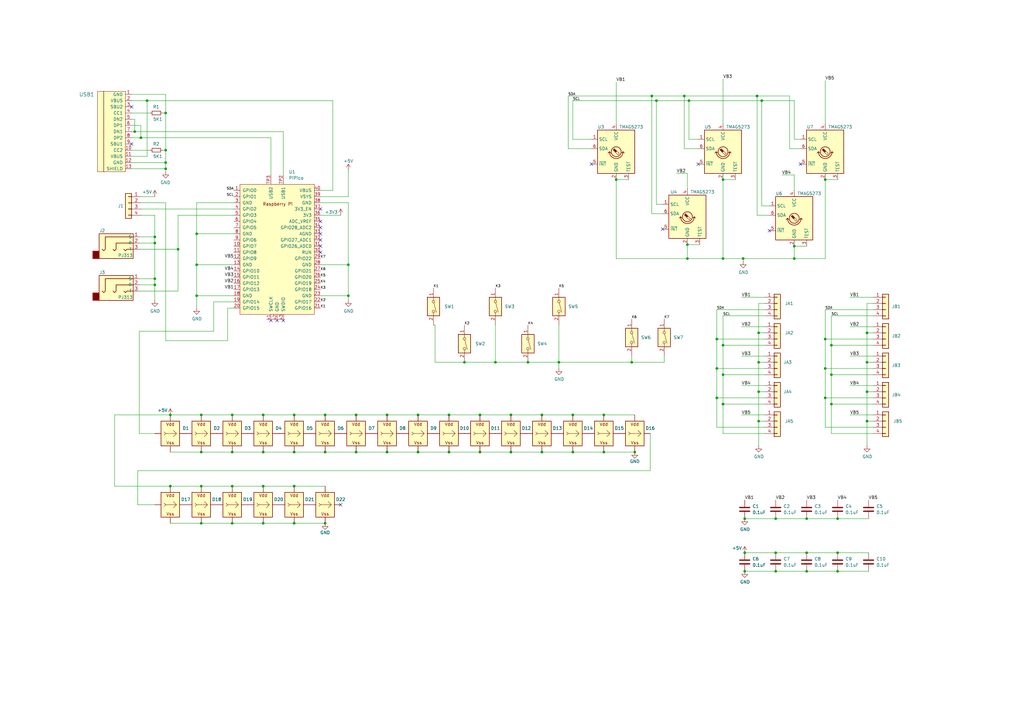
<source format=kicad_sch>
(kicad_sch (version 20250114) (generator "eeschema") (generator_version "9.0")
  (paper "A3")
  (lib_symbols
    (symbol "Connector_Generic:Conn_01x04" (pin_names (offset 1.016) (hide yes))
      (property "Reference" "J" (at 0 5.08 0))
      (property "Value" "Conn_01x04" (at 0 -7.62 0))
      (symbol "Conn_01x04_1_1"
        (pin passive line (at -5.08 2.54 0) (length 3.81) (name "Pin_1") (number "1"))
        (pin passive line (at -5.08 0 0) (length 3.81) (name "Pin_2") (number "2"))
        (pin passive line (at -5.08 -2.54 0) (length 3.81) (name "Pin_3") (number "3"))
        (pin passive line (at -5.08 -5.08 0) (length 3.81) (name "Pin_4") (number "4"))
      )
    )
    (symbol "Device:C" (pin_numbers (hide yes)) (pin_names (offset 0.254))
      (property "Reference" "C" (at 0.635 2.54 0))
      (property "Value" "C" (at 0.635 -2.54 0))
      (symbol "C_1_1"
        (pin passive line (at 0 3.81 270) (length 2.794) (name "~") (number "1"))
        (pin passive line (at 0 -3.81 90) (length 2.794) (name "~") (number "2"))
      )
    )
    (symbol "Device:R_Small" (pin_numbers (hide yes)) (pin_names (offset 0.254) (hide yes))
      (property "Reference" "R" (at 0.762 0.508 0))
      (property "Value" "R_Small" (at 0.762 -1.016 0))
      (symbol "R_Small_1_1"
        (pin passive line (at 0 2.54 270) (length 0.762) (name "~") (number "1"))
        (pin passive line (at 0 -2.54 90) (length 0.762) (name "~") (number "2"))
      )
    )
    (symbol "Switch:SW_DIP_x01" (pin_names (offset 0) (hide yes))
      (property "Reference" "SW" (at 0 3.81 0))
      (property "Value" "SW_DIP_x01" (at 0 -3.81 0))
      (symbol "SW_DIP_x01_1_1"
        (pin passive line (at -7.62 0 0) (length 5.08) (name "~") (number "1"))
        (pin passive line (at 7.62 0 180) (length 5.08) (name "~") (number "2"))
      )
    )
    (symbol "Type-C:HRO-TYPE-C-31-M-12" (pin_names (offset 1.016))
      (property "Reference" "USB" (at -5.08 16.51 0))
      (property "Value" "HRO-TYPE-C-31-M-12" (at -10.16 -1.27 90))
      (symbol "HRO-TYPE-C-31-M-12_1_1"
        (pin input line (at 2.54 13.97 180) (length 2.54) (name "GND") (number "1"))
        (pin input line (at 2.54 11.43 180) (length 2.54) (name "VBUS") (number "2"))
        (pin input line (at 2.54 8.89 180) (length 2.54) (name "SBU2") (number "3"))
        (pin input line (at 2.54 6.35 180) (length 2.54) (name "CC1") (number "4"))
        (pin input line (at 2.54 3.81 180) (length 2.54) (name "DN2") (number "5"))
        (pin input line (at 2.54 1.27 180) (length 2.54) (name "DP1") (number "6"))
        (pin input line (at 2.54 -1.27 180) (length 2.54) (name "DN1") (number "7"))
        (pin input line (at 2.54 -3.81 180) (length 2.54) (name "DP2") (number "8"))
        (pin input line (at 2.54 -6.35 180) (length 2.54) (name "SBU1") (number "9"))
        (pin input line (at 2.54 -8.89 180) (length 2.54) (name "CC2") (number "10"))
        (pin input line (at 2.54 -11.43 180) (length 2.54) (name "VBUS") (number "11"))
        (pin input line (at 2.54 -13.97 180) (length 2.54) (name "GND") (number "12"))
        (pin input line (at 2.54 -16.51 180) (length 2.54) (name "SHIELD") (number "13"))
      )
    )
    (symbol "musec_pico:PJ313"
      (property "Reference" "J" (at 0 8.89 0))
      (property "Value" "PJ313" (at 0 6.35 0))
      (symbol "PJ313_1_1"
        (pin passive line (at 8.89 2.54 180) (length 2.54) (name "S") (number "1"))
        (pin passive line (at 8.89 0 180) (length 2.54) (name "R") (number "2"))
        (pin passive line (at 8.89 -2.54 180) (length 2.54) (name "T") (number "3"))
      )
    )
    (symbol "musec_pico:PiPico" (pin_names (offset 1.016))
      (property "Reference" "U" (at -13.97 27.94 0))
      (property "Value" "PiPico" (at 0.254 16.002 0))
      (symbol "PiPico_0_0"
        (text "Raspberry Pi" (at 0.254 18.542 0) (effects (font (size 1.27 1.27))))
      )
      (symbol "PiPico_1_1"
        (pin bidirectional line (at -17.78 24.13 0) (length 2.54) (name "GPIO0") (number "1"))
        (pin bidirectional line (at -17.78 21.59 0) (length 2.54) (name "GPIO1") (number "2"))
        (pin power_in line (at -17.78 19.05 0) (length 2.54) (name "GND") (number "3"))
        (pin bidirectional line (at -17.78 16.51 0) (length 2.54) (name "GPIO2") (number "4"))
        (pin bidirectional line (at -17.78 13.97 0) (length 2.54) (name "GPIO3") (number "5"))
        (pin bidirectional line (at -17.78 11.43 0) (length 2.54) (name "GPIO4") (number "6"))
        (pin bidirectional line (at -17.78 8.89 0) (length 2.54) (name "GPIO5") (number "7"))
        (pin power_in line (at -17.78 6.35 0) (length 2.54) (name "GND") (number "8"))
        (pin bidirectional line (at -17.78 3.81 0) (length 2.54) (name "GPIO6") (number "9"))
        (pin bidirectional line (at -17.78 1.27 0) (length 2.54) (name "GPIO7") (number "10"))
        (pin bidirectional line (at -17.78 -1.27 0) (length 2.54) (name "GPIO8") (number "11"))
        (pin bidirectional line (at -17.78 -3.81 0) (length 2.54) (name "GPIO9") (number "12"))
        (pin power_in line (at -17.78 -6.35 0) (length 2.54) (name "GND") (number "13"))
        (pin bidirectional line (at -17.78 -8.89 0) (length 2.54) (name "GPIO10") (number "14"))
        (pin bidirectional line (at -17.78 -11.43 0) (length 2.54) (name "GPIO11") (number "15"))
        (pin bidirectional line (at -17.78 -13.97 0) (length 2.54) (name "GPIO12") (number "16"))
        (pin bidirectional line (at -17.78 -16.51 0) (length 2.54) (name "GPIO13") (number "17"))
        (pin power_in line (at -17.78 -19.05 0) (length 2.54) (name "GND") (number "18"))
        (pin bidirectional line (at -17.78 -21.59 0) (length 2.54) (name "GPIO14") (number "19"))
        (pin bidirectional line (at -17.78 -24.13 0) (length 2.54) (name "GPIO15") (number "20"))
        (pin bidirectional line (at -2.54 30.48 270) (length 3.81) (name "USB2") (number "TP3"))
        (pin input line (at -2.54 -29.21 90) (length 2.54) (name "SWCLK") (number "41"))
        (pin power_in line (at 0 -29.21 90) (length 2.54) (name "GND") (number "42"))
        (pin bidirectional line (at 2.54 30.48 270) (length 3.81) (name "USB1") (number "TP2"))
        (pin bidirectional line (at 2.54 -29.21 90) (length 2.54) (name "SWDIO") (number "43"))
        (pin unspecified line (at 17.78 24.13 180) (length 2.54) (name "VBUS") (number "40"))
        (pin unspecified line (at 17.78 21.59 180) (length 2.54) (name "VSYS") (number "39"))
        (pin bidirectional line (at 17.78 19.05 180) (length 2.54) (name "GND") (number "38"))
        (pin input line (at 17.78 16.51 180) (length 2.54) (name "3V3_EN") (number "37"))
        (pin unspecified line (at 17.78 13.97 180) (length 2.54) (name "3V3") (number "36"))
        (pin unspecified line (at 17.78 11.43 180) (length 2.54) (name "ADC_VREF") (number "35"))
        (pin bidirectional line (at 17.78 8.89 180) (length 2.54) (name "GPIO28_ADC2") (number "34"))
        (pin power_in line (at 17.78 6.35 180) (length 2.54) (name "AGND") (number "33"))
        (pin bidirectional line (at 17.78 3.81 180) (length 2.54) (name "GPIO27_ADC1") (number "32"))
        (pin bidirectional line (at 17.78 1.27 180) (length 2.54) (name "GPIO26_ADC0") (number "31"))
        (pin input line (at 17.78 -1.27 180) (length 2.54) (name "RUN") (number "30"))
        (pin bidirectional line (at 17.78 -3.81 180) (length 2.54) (name "GPIO22") (number "29"))
        (pin power_in line (at 17.78 -6.35 180) (length 2.54) (name "GND") (number "28"))
        (pin bidirectional line (at 17.78 -8.89 180) (length 2.54) (name "GPIO21") (number "27"))
        (pin bidirectional line (at 17.78 -11.43 180) (length 2.54) (name "GPIO20") (number "26"))
        (pin bidirectional line (at 17.78 -13.97 180) (length 2.54) (name "GPIO19") (number "25"))
        (pin bidirectional line (at 17.78 -16.51 180) (length 2.54) (name "GPIO18") (number "24"))
        (pin power_in line (at 17.78 -19.05 180) (length 2.54) (name "GND") (number "23"))
        (pin bidirectional line (at 17.78 -21.59 180) (length 2.54) (name "GPIO17") (number "22"))
        (pin bidirectional line (at 17.78 -24.13 180) (length 2.54) (name "GPIO16") (number "21"))
      )
    )
    (symbol "musec_pico:TMAG5273"
      (property "Reference" "U" (at 8.128 11.43 0))
      (property "Value" "TMAG5273" (at -2.54 11.43 0))
      (symbol "TMAG5273_1_1"
        (pin tri_state line (at -10.16 5.08 0) (length 2.54) (name "SCL") (number "1"))
        (pin tri_state line (at -10.16 1.27 0) (length 2.54) (name "SDA") (number "6"))
        (pin tri_state line (at -10.16 -5.08 0) (length 2.54) (name "~{INT}") (number "5"))
        (pin power_in line (at 0 11.43 270) (length 2.54) (name "VCC") (number "4"))
        (pin power_in line (at 0 -11.43 90) (length 2.54) (name "GND") (number "2"))
        (pin passive line (at 5.08 -11.43 90) (length 2.54) (name "TEST") (number "3"))
      )
    )
    (symbol "musec_pico:WS2812B_Unified" (pin_numbers (hide yes)) (pin_names (offset 0.254) (hide yes))
      (property "Reference" "D10" (at 2.54 6.35 0))
      (symbol "WS2812B_Unified_0_0"
        (text "Vdd" (at 0 3.81 0) (effects (font (size 1.27 1.27))))
        (text "Vss" (at 0 -3.81 0) (effects (font (size 1.27 1.27))))
      )
      (symbol "WS2812B_Unified_1_1"
        (pin input line (at -6.35 0 0) (length 2.54) (name "In") (number "I"))
        (pin power_in line (at 0 7.62 270) (length 2.54) (name "VDD") (number "V"))
        (pin power_in line (at 0 -7.62 90) (length 2.54) (name "VSS") (number "G"))
        (pin output line (at 6.35 0 180) (length 2.54) (name "Out") (number "O"))
      )
    )
    (symbol "power:+3V3" (power) (pin_numbers (hide yes)) (pin_names (offset 0) (hide yes))
      (property "Value" "+3V3" (at 0 3.556 0))
      (symbol "+3V3_1_1"
        (pin power_in line (at 0 0 90) (length 0) (name "~") (number "1"))
      )
    )
    (symbol "power:+5V" (power) (pin_numbers (hide yes)) (pin_names (offset 0) (hide yes))
      (property "Value" "+5V" (at 0 3.556 0))
      (symbol "+5V_1_1"
        (pin power_in line (at 0 0 90) (length 0) (name "~") (number "1"))
      )
    )
    (symbol "power:GND" (power) (pin_numbers (hide yes)) (pin_names (offset 0) (hide yes))
      (property "Value" "GND" (at 0 -3.81 0))
      (symbol "GND_1_1"
        (pin power_in line (at 0 0 270) (length 0) (name "~") (number "1"))
      )
    )
  )
  (junction (at 343.535 234.315))
  (junction (at 318.135 234.315))
  (junction (at 120.65 185.42))
  (junction (at 338.455 73.66))
  (junction (at 355.6 136.525))
  (junction (at 158.75 170.18))
  (junction (at 57.785 56.515))
  (junction (at 107.95 185.42))
  (junction (at 304.8 106.045))
  (junction (at 63.5 97.155))
  (junction (at 247.65 170.18))
  (junction (at 305.435 226.695))
  (junction (at 269.24 41.275))
  (junction (at 260.35 185.42))
  (junction (at 296.545 141.605))
  (junction (at 107.95 199.39))
  (junction (at 80.645 108.585))
  (junction (at 296.545 153.67))
  (junction (at 196.85 185.42))
  (junction (at 330.835 226.695))
  (junction (at 80.645 95.885))
  (junction (at 171.45 170.18))
  (junction (at 95.25 214.63))
  (junction (at 63.5 99.695))
  (junction (at 82.55 199.39))
  (junction (at 146.05 170.18))
  (junction (at 133.35 185.42))
  (junction (at 69.85 199.39))
  (junction (at 311.15 148.59))
  (junction (at 311.15 172.72))
  (junction (at 80.645 121.285))
  (junction (at 120.65 170.18))
  (junction (at 146.05 185.42))
  (junction (at 338.455 139.065))
  (junction (at 355.6 172.72))
  (junction (at 318.135 212.725))
  (junction (at 282.575 41.275))
  (junction (at 355.6 148.59))
  (junction (at 196.85 170.18))
  (junction (at 234.95 185.42))
  (junction (at 311.15 136.525))
  (junction (at 340.995 165.735))
  (junction (at 252.73 73.66))
  (junction (at 63.5 116.84))
  (junction (at 60.325 41.275))
  (junction (at 107.95 214.63))
  (junction (at 95.25 185.42))
  (junction (at 305.435 212.725))
  (junction (at 312.42 41.275))
  (junction (at 120.65 199.39))
  (junction (at 259.08 148.59))
  (junction (at 67.945 66.675))
  (junction (at 95.25 199.39))
  (junction (at 229.235 148.59))
  (junction (at 294.005 163.195))
  (junction (at 190.5 148.59))
  (junction (at 338.455 163.195))
  (junction (at 343.535 226.695))
  (junction (at 311.15 160.655))
  (junction (at 133.35 170.18))
  (junction (at 67.945 69.215))
  (junction (at 305.435 234.315))
  (junction (at 296.545 106.045))
  (junction (at 247.65 185.42))
  (junction (at 338.455 151.13))
  (junction (at 343.535 212.725))
  (junction (at 184.15 185.42))
  (junction (at 267.335 39.37))
  (junction (at 171.45 185.42))
  (junction (at 280.67 39.37))
  (junction (at 281.94 100.33))
  (junction (at 325.755 100.965))
  (junction (at 67.945 61.595))
  (junction (at 330.835 234.315))
  (junction (at 318.135 226.695))
  (junction (at 67.945 46.355))
  (junction (at 73.025 102.235))
  (junction (at 294.005 151.13))
  (junction (at 310.515 39.37))
  (junction (at 340.995 153.67))
  (junction (at 82.55 214.63))
  (junction (at 82.55 170.18))
  (junction (at 133.35 214.63))
  (junction (at 234.95 170.18))
  (junction (at 222.25 185.42))
  (junction (at 63.5 114.3))
  (junction (at 209.55 170.18))
  (junction (at 107.95 170.18))
  (junction (at 296.545 73.66))
  (junction (at 340.995 141.605))
  (junction (at 325.755 106.045))
  (junction (at 209.55 185.42))
  (junction (at 95.25 170.18))
  (junction (at 222.25 170.18))
  (junction (at 69.85 170.18))
  (junction (at 142.875 108.585))
  (junction (at 355.6 160.655))
  (junction (at 296.545 165.735))
  (junction (at 82.55 185.42))
  (junction (at 158.75 185.42))
  (junction (at 294.005 139.065))
  (junction (at 55.245 53.975))
  (junction (at 120.65 214.63))
  (junction (at 216.535 148.59))
  (junction (at 330.835 212.725))
  (junction (at 142.875 121.285))
  (junction (at 203.2 148.59))
  (junction (at 281.94 106.045))
  (junction (at 184.15 170.18))
  (no_connect (at 113.665 131.445))
  (no_connect (at 53.975 43.815))
  (no_connect (at 53.975 59.055))
  (no_connect (at 131.445 103.505))
  (no_connect (at 131.445 85.725))
  (no_connect (at 111.125 131.445))
  (no_connect (at 131.445 93.345))
  (no_connect (at 286.385 67.31))
  (no_connect (at 271.78 93.98))
  (no_connect (at 242.57 67.31))
  (no_connect (at 131.445 95.885))
  (no_connect (at 328.295 67.31))
  (no_connect (at 131.445 98.425))
  (no_connect (at 131.445 100.965))
  (no_connect (at 116.205 131.445))
  (no_connect (at 315.595 94.615))
  (no_connect (at 139.7 207.01))
  (no_connect (at 131.445 90.805))
  (wire (pts (xy 87.63 123.825) (xy 87.63 135.89)))
  (wire (pts (xy 63.5 97.155) (xy 57.15 97.155)))
  (wire (pts (xy 325.755 100.965) (xy 330.835 100.965)))
  (wire (pts (xy 67.945 38.735) (xy 67.945 46.355)))
  (wire (pts (xy 267.335 39.37) (xy 267.335 87.63)))
  (wire (pts (xy 325.755 100.965) (xy 325.755 106.045)))
  (wire (pts (xy 304.165 146.05) (xy 313.69 146.05)))
  (wire (pts (xy 330.835 226.695) (xy 343.535 226.695)))
  (wire (pts (xy 131.445 88.265) (xy 139.7 88.265)))
  (wire (pts (xy 80.645 83.185) (xy 80.645 95.885)))
  (wire (pts (xy 338.455 163.195) (xy 358.14 163.195)))
  (wire (pts (xy 348.615 121.92) (xy 358.14 121.92)))
  (wire (pts (xy 190.5 148.59) (xy 203.2 148.59)))
  (wire (pts (xy 171.45 185.42) (xy 184.15 185.42)))
  (wire (pts (xy 355.6 172.72) (xy 358.14 172.72)))
  (wire (pts (xy 355.6 160.655) (xy 355.6 172.72)))
  (wire (pts (xy 95.25 199.39) (xy 107.95 199.39)))
  (wire (pts (xy 355.6 136.525) (xy 355.6 148.59)))
  (wire (pts (xy 222.25 185.42) (xy 234.95 185.42)))
  (wire (pts (xy 120.65 214.63) (xy 133.35 214.63)))
  (wire (pts (xy 67.945 139.7) (xy 67.945 83.185)))
  (wire (pts (xy 131.445 121.285) (xy 142.875 121.285)))
  (wire (pts (xy 73.025 119.38) (xy 73.025 102.235)))
  (wire (pts (xy 73.025 88.265) (xy 95.885 88.265)))
  (wire (pts (xy 272.415 148.59) (xy 272.415 146.05)))
  (wire (pts (xy 53.975 53.975) (xy 55.245 53.975)))
  (wire (pts (xy 311.15 160.655) (xy 311.15 172.72)))
  (wire (pts (xy 247.65 170.18) (xy 260.35 170.18)))
  (wire (pts (xy 60.325 64.135) (xy 60.325 41.275)))
  (wire (pts (xy 46.99 199.39) (xy 69.85 199.39)))
  (wire (pts (xy 80.645 108.585) (xy 95.885 108.585)))
  (wire (pts (xy 133.35 170.18) (xy 146.05 170.18)))
  (wire (pts (xy 142.875 83.185) (xy 142.875 108.585)))
  (wire (pts (xy 296.545 153.67) (xy 296.545 165.735)))
  (wire (pts (xy 311.15 148.59) (xy 313.69 148.59)))
  (wire (pts (xy 259.08 146.05) (xy 259.08 148.59)))
  (wire (pts (xy 305.435 234.315) (xy 318.135 234.315)))
  (wire (pts (xy 296.545 165.735) (xy 296.545 177.8)))
  (wire (pts (xy 95.25 185.42) (xy 107.95 185.42)))
  (wire (pts (xy 281.94 106.045) (xy 296.545 106.045)))
  (wire (pts (xy 196.85 185.42) (xy 209.55 185.42)))
  (wire (pts (xy 242.57 57.15) (xy 234.95 57.15)))
  (wire (pts (xy 259.08 148.59) (xy 272.415 148.59)))
  (wire (pts (xy 294.005 151.13) (xy 294.005 163.195)))
  (wire (pts (xy 131.445 78.105) (xy 136.525 78.105)))
  (wire (pts (xy 57.15 116.84) (xy 63.5 116.84)))
  (wire (pts (xy 348.615 146.05) (xy 358.14 146.05)))
  (wire (pts (xy 234.95 170.18) (xy 247.65 170.18)))
  (wire (pts (xy 63.5 99.695) (xy 63.5 114.3)))
  (wire (pts (xy 56.515 193.04) (xy 56.515 207.01)))
  (wire (pts (xy 80.645 121.285) (xy 95.885 121.285)))
  (wire (pts (xy 338.455 127) (xy 338.455 139.065)))
  (wire (pts (xy 323.85 60.96) (xy 328.295 60.96)))
  (wire (pts (xy 111.125 56.515) (xy 57.785 56.515)))
  (wire (pts (xy 338.455 151.13) (xy 338.455 163.195)))
  (wire (pts (xy 294.005 151.13) (xy 313.69 151.13)))
  (wire (pts (xy 348.615 133.985) (xy 358.14 133.985)))
  (wire (pts (xy 325.755 78.105) (xy 325.755 71.755)))
  (wire (pts (xy 313.69 127) (xy 294.005 127)))
  (wire (pts (xy 358.14 129.54) (xy 340.995 129.54)))
  (wire (pts (xy 234.95 185.42) (xy 247.65 185.42)))
  (wire (pts (xy 277.495 71.12) (xy 281.94 71.12)))
  (wire (pts (xy 294.005 163.195) (xy 294.005 175.26)))
  (wire (pts (xy 338.455 175.26) (xy 358.14 175.26)))
  (wire (pts (xy 80.645 95.885) (xy 80.645 108.585)))
  (wire (pts (xy 304.8 106.045) (xy 325.755 106.045)))
  (wire (pts (xy 142.875 121.285) (xy 142.875 123.19)))
  (wire (pts (xy 63.5 88.265) (xy 63.5 97.155)))
  (wire (pts (xy 340.995 165.735) (xy 340.995 177.8)))
  (wire (pts (xy 133.35 185.42) (xy 146.05 185.42)))
  (wire (pts (xy 311.15 124.46) (xy 311.15 136.525)))
  (wire (pts (xy 120.65 170.18) (xy 133.35 170.18)))
  (wire (pts (xy 233.045 39.37) (xy 267.335 39.37)))
  (wire (pts (xy 340.995 129.54) (xy 340.995 141.605)))
  (wire (pts (xy 296.545 177.8) (xy 313.69 177.8)))
  (wire (pts (xy 252.73 73.66) (xy 257.81 73.66)))
  (wire (pts (xy 116.205 71.755) (xy 116.205 53.975)))
  (wire (pts (xy 229.235 151.13) (xy 229.235 148.59)))
  (wire (pts (xy 343.535 234.315) (xy 356.235 234.315)))
  (wire (pts (xy 233.045 60.96) (xy 233.045 39.37)))
  (wire (pts (xy 55.245 48.895) (xy 55.245 53.975)))
  (wire (pts (xy 269.24 41.275) (xy 282.575 41.275)))
  (wire (pts (xy 280.67 60.96) (xy 280.67 39.37)))
  (wire (pts (xy 310.515 39.37) (xy 323.85 39.37)))
  (wire (pts (xy 57.15 102.235) (xy 73.025 102.235)))
  (wire (pts (xy 116.205 53.975) (xy 55.245 53.975)))
  (wire (pts (xy 282.575 57.15) (xy 286.385 57.15)))
  (wire (pts (xy 313.69 129.54) (xy 296.545 129.54)))
  (wire (pts (xy 330.835 212.725) (xy 343.535 212.725)))
  (wire (pts (xy 69.85 214.63) (xy 82.55 214.63)))
  (wire (pts (xy 355.6 172.72) (xy 355.6 182.88)))
  (wire (pts (xy 46.99 170.18) (xy 69.85 170.18)))
  (wire (pts (xy 252.73 73.66) (xy 252.73 106.045)))
  (wire (pts (xy 203.2 133.35) (xy 203.2 148.59)))
  (wire (pts (xy 343.535 226.695) (xy 356.235 226.695)))
  (wire (pts (xy 209.55 170.18) (xy 222.25 170.18)))
  (wire (pts (xy 294.005 175.26) (xy 313.69 175.26)))
  (wire (pts (xy 63.5 114.3) (xy 63.5 116.84)))
  (wire (pts (xy 46.99 170.18) (xy 46.99 199.39)))
  (wire (pts (xy 318.135 226.695) (xy 330.835 226.695)))
  (wire (pts (xy 358.14 127) (xy 338.455 127)))
  (wire (pts (xy 296.545 106.045) (xy 304.8 106.045)))
  (wire (pts (xy 320.675 71.755) (xy 325.755 71.755)))
  (wire (pts (xy 53.975 66.675) (xy 67.945 66.675)))
  (wire (pts (xy 57.785 51.435) (xy 57.785 56.515)))
  (wire (pts (xy 229.235 148.59) (xy 259.08 148.59)))
  (wire (pts (xy 281.94 100.33) (xy 287.02 100.33)))
  (wire (pts (xy 340.995 153.67) (xy 358.14 153.67)))
  (wire (pts (xy 338.455 139.065) (xy 338.455 151.13)))
  (wire (pts (xy 177.8 133.35) (xy 178.435 133.35)))
  (wire (pts (xy 267.335 39.37) (xy 280.67 39.37)))
  (wire (pts (xy 340.995 141.605) (xy 340.995 153.67)))
  (wire (pts (xy 355.6 124.46) (xy 355.6 136.525)))
  (wire (pts (xy 111.125 71.755) (xy 111.125 56.515)))
  (wire (pts (xy 305.435 226.695) (xy 318.135 226.695)))
  (wire (pts (xy 311.15 160.655) (xy 313.69 160.655)))
  (wire (pts (xy 57.785 88.265) (xy 63.5 88.265)))
  (wire (pts (xy 57.15 119.38) (xy 73.025 119.38)))
  (wire (pts (xy 229.235 133.35) (xy 229.235 148.59)))
  (wire (pts (xy 267.335 87.63) (xy 271.78 87.63)))
  (wire (pts (xy 82.55 170.18) (xy 95.25 170.18)))
  (wire (pts (xy 340.995 165.735) (xy 358.14 165.735)))
  (wire (pts (xy 355.6 148.59) (xy 358.14 148.59)))
  (wire (pts (xy 82.55 199.39) (xy 95.25 199.39)))
  (wire (pts (xy 120.65 185.42) (xy 133.35 185.42)))
  (wire (pts (xy 57.785 85.725) (xy 95.885 85.725)))
  (wire (pts (xy 305.435 212.725) (xy 318.135 212.725)))
  (wire (pts (xy 171.45 170.18) (xy 184.15 170.18)))
  (wire (pts (xy 338.455 163.195) (xy 338.455 175.26)))
  (wire (pts (xy 53.975 64.135) (xy 60.325 64.135)))
  (wire (pts (xy 355.6 136.525) (xy 358.14 136.525)))
  (wire (pts (xy 311.15 148.59) (xy 311.15 160.655)))
  (wire (pts (xy 266.7 193.04) (xy 56.515 193.04)))
  (wire (pts (xy 60.325 41.275) (xy 136.525 41.275)))
  (wire (pts (xy 57.15 114.3) (xy 63.5 114.3)))
  (wire (pts (xy 304.8 106.045) (xy 304.8 107.315)))
  (wire (pts (xy 313.69 124.46) (xy 311.15 124.46)))
  (wire (pts (xy 53.975 56.515) (xy 57.785 56.515)))
  (wire (pts (xy 95.25 170.18) (xy 107.95 170.18)))
  (wire (pts (xy 296.545 141.605) (xy 296.545 153.67)))
  (wire (pts (xy 338.455 106.045) (xy 338.455 73.66)))
  (wire (pts (xy 53.975 61.595) (xy 61.595 61.595)))
  (wire (pts (xy 67.945 83.185) (xy 57.785 83.185)))
  (wire (pts (xy 348.615 158.115) (xy 358.14 158.115)))
  (wire (pts (xy 296.545 73.66) (xy 301.625 73.66)))
  (wire (pts (xy 107.95 214.63) (xy 120.65 214.63)))
  (wire (pts (xy 107.95 185.42) (xy 120.65 185.42)))
  (wire (pts (xy 311.15 172.72) (xy 313.69 172.72)))
  (wire (pts (xy 252.73 33.655) (xy 252.73 50.8)))
  (wire (pts (xy 80.645 108.585) (xy 80.645 121.285)))
  (wire (pts (xy 57.15 135.89) (xy 57.15 177.8)))
  (wire (pts (xy 57.15 99.695) (xy 63.5 99.695)))
  (wire (pts (xy 318.135 212.725) (xy 330.835 212.725)))
  (wire (pts (xy 53.975 46.355) (xy 61.595 46.355)))
  (wire (pts (xy 120.65 199.39) (xy 133.35 199.39)))
  (wire (pts (xy 296.545 153.67) (xy 313.69 153.67)))
  (wire (pts (xy 107.95 170.18) (xy 120.65 170.18)))
  (wire (pts (xy 67.945 69.215) (xy 67.945 70.485)))
  (wire (pts (xy 247.65 185.42) (xy 260.35 185.42)))
  (wire (pts (xy 67.945 61.595) (xy 66.675 61.595)))
  (wire (pts (xy 63.5 80.645) (xy 57.785 80.645)))
  (wire (pts (xy 304.165 158.115) (xy 313.69 158.115)))
  (wire (pts (xy 294.005 139.065) (xy 294.005 151.13)))
  (wire (pts (xy 80.645 95.885) (xy 95.885 95.885)))
  (wire (pts (xy 53.975 38.735) (xy 67.945 38.735)))
  (wire (pts (xy 53.975 41.275) (xy 60.325 41.275)))
  (wire (pts (xy 82.55 214.63) (xy 95.25 214.63)))
  (wire (pts (xy 311.15 172.72) (xy 311.15 182.88)))
  (wire (pts (xy 73.025 102.235) (xy 73.025 88.265)))
  (wire (pts (xy 311.15 136.525) (xy 311.15 148.59)))
  (wire (pts (xy 131.445 83.185) (xy 142.875 83.185)))
  (wire (pts (xy 242.57 60.96) (xy 233.045 60.96)))
  (wire (pts (xy 184.15 185.42) (xy 196.85 185.42)))
  (wire (pts (xy 315.595 84.455) (xy 312.42 84.455)))
  (wire (pts (xy 358.14 124.46) (xy 355.6 124.46)))
  (wire (pts (xy 304.165 121.92) (xy 313.69 121.92)))
  (wire (pts (xy 158.75 170.18) (xy 171.45 170.18)))
  (wire (pts (xy 325.755 41.275) (xy 325.755 57.15)))
  (wire (pts (xy 95.885 83.185) (xy 80.645 83.185)))
  (wire (pts (xy 338.455 73.66) (xy 343.535 73.66)))
  (wire (pts (xy 296.545 141.605) (xy 313.69 141.605)))
  (wire (pts (xy 142.875 108.585) (xy 142.875 121.285)))
  (wire (pts (xy 312.42 41.275) (xy 325.755 41.275)))
  (wire (pts (xy 338.455 139.065) (xy 358.14 139.065)))
  (wire (pts (xy 338.455 151.13) (xy 358.14 151.13)))
  (wire (pts (xy 340.995 177.8) (xy 358.14 177.8)))
  (wire (pts (xy 311.15 136.525) (xy 313.69 136.525)))
  (wire (pts (xy 280.67 39.37) (xy 310.515 39.37)))
  (wire (pts (xy 142.875 80.645) (xy 142.875 69.85)))
  (wire (pts (xy 146.05 185.42) (xy 158.75 185.42)))
  (wire (pts (xy 158.75 185.42) (xy 171.45 185.42)))
  (wire (pts (xy 93.345 126.365) (xy 93.345 139.7)))
  (wire (pts (xy 281.94 100.33) (xy 281.94 106.045)))
  (wire (pts (xy 340.995 141.605) (xy 358.14 141.605)))
  (wire (pts (xy 67.945 139.7) (xy 93.345 139.7)))
  (wire (pts (xy 216.535 148.59) (xy 229.235 148.59)))
  (wire (pts (xy 87.63 135.89) (xy 57.15 135.89)))
  (wire (pts (xy 131.445 108.585) (xy 142.875 108.585)))
  (wire (pts (xy 340.995 153.67) (xy 340.995 165.735)))
  (wire (pts (xy 310.515 88.265) (xy 310.515 39.37)))
  (wire (pts (xy 271.78 83.82) (xy 269.24 83.82)))
  (wire (pts (xy 67.945 46.355) (xy 67.945 61.595)))
  (wire (pts (xy 318.135 234.315) (xy 330.835 234.315)))
  (wire (pts (xy 286.385 60.96) (xy 280.67 60.96)))
  (wire (pts (xy 63.5 116.84) (xy 63.5 123.19)))
  (wire (pts (xy 281.94 77.47) (xy 281.94 71.12)))
  (wire (pts (xy 82.55 185.42) (xy 95.25 185.42)))
  (wire (pts (xy 196.85 170.18) (xy 209.55 170.18)))
  (wire (pts (xy 304.165 133.985) (xy 313.69 133.985)))
  (wire (pts (xy 67.945 66.675) (xy 67.945 69.215)))
  (wire (pts (xy 343.535 212.725) (xy 356.235 212.725)))
  (wire (pts (xy 266.7 177.8) (xy 266.7 193.04)))
  (wire (pts (xy 234.95 41.275) (xy 269.24 41.275)))
  (wire (pts (xy 178.435 133.35) (xy 178.435 148.59)))
  (wire (pts (xy 323.85 39.37) (xy 323.85 60.96)))
  (wire (pts (xy 330.835 234.315) (xy 343.535 234.315)))
  (wire (pts (xy 355.6 148.59) (xy 355.6 160.655)))
  (wire (pts (xy 95.885 123.825) (xy 87.63 123.825)))
  (wire (pts (xy 69.85 199.39) (xy 82.55 199.39)))
  (wire (pts (xy 209.55 185.42) (xy 222.25 185.42)))
  (wire (pts (xy 178.435 148.59) (xy 190.5 148.59)))
  (wire (pts (xy 296.545 73.66) (xy 296.545 106.045)))
  (wire (pts (xy 294.005 139.065) (xy 313.69 139.065)))
  (wire (pts (xy 146.05 170.18) (xy 158.75 170.18)))
  (wire (pts (xy 325.755 57.15) (xy 328.295 57.15)))
  (wire (pts (xy 184.15 170.18) (xy 196.85 170.18)))
  (wire (pts (xy 325.755 106.045) (xy 338.455 106.045)))
  (wire (pts (xy 296.545 165.735) (xy 313.69 165.735)))
  (wire (pts (xy 252.73 106.045) (xy 281.94 106.045)))
  (wire (pts (xy 53.975 69.215) (xy 67.945 69.215)))
  (wire (pts (xy 57.15 177.8) (xy 63.5 177.8)))
  (wire (pts (xy 348.615 170.18) (xy 358.14 170.18)))
  (wire (pts (xy 53.975 51.435) (xy 57.785 51.435)))
  (wire (pts (xy 67.945 61.595) (xy 67.945 66.675)))
  (wire (pts (xy 95.25 214.63) (xy 107.95 214.63)))
  (wire (pts (xy 296.545 32.385) (xy 296.545 50.8)))
  (wire (pts (xy 56.515 207.01) (xy 63.5 207.01)))
  (wire (pts (xy 294.005 163.195) (xy 313.69 163.195)))
  (wire (pts (xy 282.575 41.275) (xy 282.575 57.15)))
  (wire (pts (xy 222.25 170.18) (xy 234.95 170.18)))
  (wire (pts (xy 95.885 126.365) (xy 93.345 126.365)))
  (wire (pts (xy 53.975 48.895) (xy 55.245 48.895)))
  (wire (pts (xy 296.545 129.54) (xy 296.545 141.605)))
  (wire (pts (xy 282.575 41.275) (xy 312.42 41.275)))
  (wire (pts (xy 315.595 88.265) (xy 310.515 88.265)))
  (wire (pts (xy 67.945 46.355) (xy 66.675 46.355)))
  (wire (pts (xy 69.85 185.42) (xy 82.55 185.42)))
  (wire (pts (xy 355.6 160.655) (xy 358.14 160.655)))
  (wire (pts (xy 269.24 83.82) (xy 269.24 41.275)))
  (wire (pts (xy 69.85 170.18) (xy 82.55 170.18)))
  (wire (pts (xy 312.42 41.275) (xy 312.42 84.455)))
  (wire (pts (xy 304.165 170.18) (xy 313.69 170.18)))
  (wire (pts (xy 63.5 99.695) (xy 63.5 97.155)))
  (wire (pts (xy 294.005 127) (xy 294.005 139.065)))
  (wire (pts (xy 338.455 33.02) (xy 338.455 50.8)))
  (wire (pts (xy 234.95 57.15) (xy 234.95 41.275)))
  (wire (pts (xy 131.445 80.645) (xy 142.875 80.645)))
  (wire (pts (xy 80.645 121.285) (xy 80.645 126.365)))
  (wire (pts (xy 136.525 41.275) (xy 136.525 78.105)))
  (wire (pts (xy 107.95 199.39) (xy 120.65 199.39)))
  (wire (pts (xy 203.2 148.59) (xy 216.535 148.59)))
  (label "K7" (at 272.415 130.81 0) (effects (font (size 1 1))))
  (label "VB2" (at 95.885 116.205 180))
  (label "VB4" (at 95.885 111.125 180))
  (label "VB5" (at 304.165 170.18 0))
  (label "SCL" (at 234.95 41.275 0) (effects (font (size 1 1))))
  (label "K3" (at 203.2 118.11 0) (effects (font (size 1 1))))
  (label "VB5" (at 95.885 106.045 180))
  (label "VB4" (at 348.615 158.115 0))
  (label "K5" (at 229.235 118.11 0) (effects (font (size 1 1))))
  (label "VB3" (at 95.885 113.665 180))
  (label "VB2" (at 277.495 71.12 0))
  (label "VB2" (at 318.135 205.105 0))
  (label "SDA" (at 338.455 127 0) (effects (font (size 1 1))))
  (label "K1" (at 131.445 126.365 0) (effects (font (size 1 1))))
  (label "K5" (at 131.445 113.665 0) (effects (font (size 1 1))))
  (label "VB1" (at 252.73 33.655 0))
  (label "K4" (at 216.535 133.35 0) (effects (font (size 1 1))))
  (label "K4" (at 131.445 116.205 0) (effects (font (size 1 1))))
  (label "SDA" (at 95.885 78.105 180) (effects (font (size 1 1))))
  (label "VB1" (at 348.615 121.92 0))
  (label "VB3" (at 330.835 205.105 0))
  (label "K2" (at 131.445 123.825 0) (effects (font (size 1 1))))
  (label "K6" (at 259.08 130.81 0) (effects (font (size 1 1))))
  (label "K7" (at 131.445 106.045 0) (effects (font (size 1 1))))
  (label "VB1" (at 305.435 205.105 0))
  (label "K6" (at 131.445 111.125 0) (effects (font (size 1 1))))
  (label "VB5" (at 348.615 170.18 0))
  (label "VB3" (at 296.545 32.385 0))
  (label "SCL" (at 95.885 80.645 180) (effects (font (size 1 1))))
  (label "VB4" (at 304.165 158.115 0))
  (label "SCL" (at 340.995 129.54 0) (effects (font (size 1 1))))
  (label "K2" (at 190.5 133.35 0) (effects (font (size 1 1))))
  (label "VB2" (at 304.165 133.985 0))
  (label "VB3" (at 348.615 146.05 0))
  (label "VB2" (at 348.615 133.985 0))
  (label "VB1" (at 95.885 118.745 180))
  (label "K3" (at 131.445 118.745 0) (effects (font (size 1 1))))
  (label "SDA" (at 233.045 39.37 0) (effects (font (size 1 1))))
  (label "VB4" (at 320.675 71.755 0))
  (label "VB5" (at 338.455 33.02 0))
  (label "VB1" (at 304.165 121.92 0))
  (label "SCL" (at 296.545 129.54 0) (effects (font (size 1 1))))
  (label "K1" (at 177.8 118.11 0) (effects (font (size 1 1))))
  (label "VB5" (at 356.235 205.105 0))
  (label "VB4" (at 343.535 205.105 0))
  (label "VB3" (at 304.165 146.05 0))
  (label "SDA" (at 294.005 127 0) (effects (font (size 1 1))))
  (symbol (lib_id "Type-C:HRO-TYPE-C-31-M-12") (at 51.435 52.705 0) (unit 1)
    (property "Reference" "USB1" (at 32.385 38.735 0) (effects (font (size 1.524 1.524)) (justify left)))
    (property "Value" "U262-161N-4BVC11" (effects (hide yes)))
    (property "Footprint" "Type-C:HRO-TYPE-C-31-M-12-Assembly" (effects (hide yes)))
    (property "LCSC" "C319148" (effects (hide yes)))
  )
  (symbol (lib_id "power:GND") (at 67.945 70.485 0) (mirror y) (unit 1)
    (property "Reference" "#PWR0112" (effects (hide yes)))
    (property "Value" "GND" (at 67.818 74.8792 0))
    (property "Description" "Power symbol creates a global label with name \"GND\" , ground" (effects (hide yes)))
  )
  (symbol (lib_id "Device:R_Small") (at 64.135 61.595 90) (unit 1)
    (property "Reference" "R2" (at 65.405 59.055 90) (effects (justify left)))
    (property "Value" "5K1" (at 66.675 64.135 90) (effects (justify left)))
    (property "Footprint" "Resistor_SMD:R_0603_1608Metric_Pad0.98x0.95mm_HandSolder" (effects (hide yes)))
    (property "Description" "Resistor, small symbol" (effects (hide yes)))
    (property "LCSC" "C23186" (effects (hide yes)))
  )
  (symbol (lib_id "Device:R_Small") (at 64.135 46.355 90) (unit 1)
    (property "Reference" "R1" (at 65.405 43.815 90) (effects (justify left)))
    (property "Value" "5K1" (at 66.675 48.895 90) (effects (justify left)))
    (property "Footprint" "Resistor_SMD:R_0603_1608Metric_Pad0.98x0.95mm_HandSolder" (effects (hide yes)))
    (property "Description" "Resistor, small symbol" (effects (hide yes)))
    (property "LCSC" "C23186" (effects (hide yes)))
  )
  (symbol (lib_id "Device:C") (at 330.835 230.505 0) (unit 1)
    (property "Reference" "C8" (at 334.01 229.2349 0) (effects (justify left)))
    (property "Value" "0.1uF" (at 334.01 231.7749 0) (effects (justify left)))
    (property "Footprint" "Capacitor_SMD:C_0603_1608Metric_Pad1.08x0.95mm_HandSolder" (effects (hide yes)))
    (property "Description" "Unpolarized capacitor" (effects (hide yes)))
  )
  (symbol (lib_id "Connector_Generic:Conn_01x04") (at 318.77 124.46 0) (unit 1)
    (property "Reference" "JA1" (at 321.945 124.4599 0) (effects (justify left)))
    (property "Value" "Conn_01x04" (effects (hide yes)))
    (property "Footprint" "musec_pico:SH1.0_4P_Solder_Combo" (effects (hide yes)))
    (property "Description" "Generic connector, single row, 01x04, script generated (kicad-library-utils/schlib/autogen/connector/)" (effects (hide yes)))
  )
  (symbol (lib_id "Device:C") (at 305.435 230.505 0) (unit 1)
    (property "Reference" "C6" (at 308.61 229.2349 0) (effects (justify left)))
    (property "Value" "0.1uF" (at 308.61 231.7749 0) (effects (justify left)))
    (property "Footprint" "Capacitor_SMD:C_0603_1608Metric_Pad1.08x0.95mm_HandSolder" (effects (hide yes)))
    (property "Description" "Unpolarized capacitor" (effects (hide yes)))
  )
  (symbol (lib_id "musec_pico:TMAG5273") (at 325.755 89.535 0) (unit 1)
    (property "Reference" "U6" (at 318.135 79.375 0) (effects (justify left)))
    (property "Value" "TMAG5273" (at 327.025 79.375 0) (effects (justify left)))
    (property "Footprint" "Package_TO_SOT_SMD:TSOT-23-6_HandSoldering" (effects (hide yes)))
    (property "Datasheet" "https://www.ti.com/lit/ds/symlink/tmag5170-q1.pdf" (effects (hide yes)))
    (property "Description" "Magnetic 3-axis linear sensor, 12-bit, I2C, SOT23-6" (effects (hide yes)))
  )
  (symbol (lib_id "Device:C") (at 343.535 208.915 0) (unit 1)
    (property "Reference" "C4" (at 346.71 207.6449 0) (effects (justify left)))
    (property "Value" "0.1uF" (at 346.71 210.1849 0) (effects (justify left)))
    (property "Footprint" "Capacitor_SMD:C_0603_1608Metric_Pad1.08x0.95mm_HandSolder" (effects (hide yes)))
    (property "Description" "Unpolarized capacitor" (effects (hide yes)))
  )
  (symbol (lib_id "Device:C") (at 330.835 208.915 0) (unit 1)
    (property "Reference" "C3" (at 334.01 207.6449 0) (effects (justify left)))
    (property "Value" "0.1uF" (at 334.01 210.1849 0) (effects (justify left)))
    (property "Footprint" "Capacitor_SMD:C_0603_1608Metric_Pad1.08x0.95mm_HandSolder" (effects (hide yes)))
    (property "Description" "Unpolarized capacitor" (effects (hide yes)))
  )
  (symbol (lib_id "Connector_Generic:Conn_01x04") (at 318.77 148.59 0) (unit 1)
    (property "Reference" "JA3" (at 321.31 148.5899 0) (effects (justify left)))
    (property "Value" "Conn_01x04" (effects (hide yes)))
    (property "Footprint" "musec_pico:SH1.0_4P_Solder_Combo" (effects (hide yes)))
    (property "Description" "Generic connector, single row, 01x04, script generated (kicad-library-utils/schlib/autogen/connector/)" (effects (hide yes)))
  )
  (symbol (lib_id "musec_pico:WS2812B_Unified") (at 171.45 177.8 0) (unit 1)
    (property "Reference" "D9" (at 177.8 175.641 0))
    (property "Value" "WS2812B_Unified" (effects (hide yes)))
    (property "Footprint" "musec_pico:WS2812B-2835" (effects (hide yes)))
    (property "Description" "RGB LED with integrated controller" (effects (hide yes)))
  )
  (symbol (lib_id "musec_pico:WS2812B_Unified") (at 69.85 177.8 0) (unit 1)
    (property "Reference" "D1" (at 76.2 175.641 0))
    (property "Value" "WS2812B_Unified" (effects (hide yes)))
    (property "Footprint" "musec_pico:WS2812B-2835" (effects (hide yes)))
    (property "Description" "RGB LED with integrated controller" (effects (hide yes)))
  )
  (symbol (lib_id "Connector_Generic:Conn_01x04") (at 318.77 160.655 0) (unit 1)
    (property "Reference" "JA4" (at 321.31 160.6549 0) (effects (justify left)))
    (property "Value" "Conn_01x04" (effects (hide yes)))
    (property "Footprint" "musec_pico:SH1.0_4P_Solder_Combo" (effects (hide yes)))
    (property "Description" "Generic connector, single row, 01x04, script generated (kicad-library-utils/schlib/autogen/connector/)" (effects (hide yes)))
  )
  (symbol (lib_id "power:GND") (at 80.645 126.365 0) (unit 1)
    (property "Reference" "#PWR0125" (effects (hide yes)))
    (property "Value" "GND" (at 80.772 130.7592 0))
    (property "Description" "Power symbol creates a global label with name \"GND\" , ground" (effects (hide yes)))
  )
  (symbol (lib_id "power:GND") (at 142.875 123.19 0) (unit 1)
    (property "Reference" "#PWR0103" (effects (hide yes)))
    (property "Value" "GND" (at 143.002 127.5842 0))
    (property "Description" "Power symbol creates a global label with name \"GND\" , ground" (effects (hide yes)))
  )
  (symbol (lib_id "musec_pico:WS2812B_Unified") (at 120.65 207.01 0) (unit 1)
    (property "Reference" "D21" (at 127 204.851 0))
    (property "Value" "WS2812B_Unified" (effects (hide yes)))
    (property "Footprint" "musec_pico:WS2812B-2835" (effects (hide yes)))
    (property "Description" "RGB LED with integrated controller" (effects (hide yes)))
  )
  (symbol (lib_id "musec_pico:TMAG5273") (at 252.73 62.23 0) (unit 1)
    (property "Reference" "U3" (at 245.11 52.07 0) (effects (justify left)))
    (property "Value" "TMAG5273" (at 254 52.07 0) (effects (justify left)))
    (property "Footprint" "Package_TO_SOT_SMD:TSOT-23-6_HandSoldering" (effects (hide yes)))
    (property "Datasheet" "https://www.ti.com/lit/ds/symlink/tmag5170-q1.pdf" (effects (hide yes)))
    (property "Description" "Magnetic 3-axis linear sensor, 12-bit, I2C, SOT23-6" (effects (hide yes)))
  )
  (symbol (lib_id "musec_pico:WS2812B_Unified") (at 184.15 177.8 0) (unit 1)
    (property "Reference" "D10" (at 190.5 175.641 0))
    (property "Value" "WS2812B_Unified" (effects (hide yes)))
    (property "Footprint" "musec_pico:WS2812B-2835" (effects (hide yes)))
    (property "Description" "RGB LED with integrated controller" (effects (hide yes)))
  )
  (symbol (lib_id "Switch:SW_DIP_x01") (at 272.415 138.43 270) (unit 1)
    (property "Reference" "SW7" (at 276.225 138.4299 90) (effects (justify left)))
    (property "Value" "SW_DIP_x01" (effects (hide yes)))
    (property "Footprint" "musec_pico:SW_Kailh_Choc_V1V2_1.00u_LED" (effects (hide yes)))
    (property "Description" "1x DIP Switch, Single Pole Single Throw (SPST) switch, small symbol" (effects (hide yes)))
  )
  (symbol (lib_id "musec_pico:WS2812B_Unified") (at 222.25 177.8 0) (unit 1)
    (property "Reference" "D13" (at 228.6 175.641 0))
    (property "Value" "WS2812B_Unified" (effects (hide yes)))
    (property "Footprint" "musec_pico:WS2812B-2835" (effects (hide yes)))
    (property "Description" "RGB LED with integrated controller" (effects (hide yes)))
  )
  (symbol (lib_id "Switch:SW_DIP_x01") (at 203.2 125.73 270) (unit 1)
    (property "Reference" "SW3" (at 207.01 125.7299 90) (effects (justify left)))
    (property "Value" "SW_DIP_x01" (effects (hide yes)))
    (property "Footprint" "musec_pico:SW_Kailh_Choc_V1V2_1.00u_LED" (effects (hide yes)))
    (property "Description" "1x DIP Switch, Single Pole Single Throw (SPST) switch, small symbol" (effects (hide yes)))
  )
  (symbol (lib_id "Device:C") (at 343.535 230.505 0) (unit 1)
    (property "Reference" "C9" (at 346.71 229.2349 0) (effects (justify left)))
    (property "Value" "0.1uF" (at 346.71 231.7749 0) (effects (justify left)))
    (property "Footprint" "Capacitor_SMD:C_0603_1608Metric_Pad1.08x0.95mm_HandSolder" (effects (hide yes)))
    (property "Description" "Unpolarized capacitor" (effects (hide yes)))
  )
  (symbol (lib_id "musec_pico:WS2812B_Unified") (at 196.85 177.8 0) (unit 1)
    (property "Reference" "D11" (at 203.2 175.641 0))
    (property "Value" "WS2812B_Unified" (effects (hide yes)))
    (property "Footprint" "musec_pico:WS2812B-2835" (effects (hide yes)))
    (property "Description" "RGB LED with integrated controller" (effects (hide yes)))
  )
  (symbol (lib_id "Connector_Generic:Conn_01x04") (at 363.22 172.72 0) (unit 1)
    (property "Reference" "JB5" (at 366.395 172.7199 0) (effects (justify left)))
    (property "Value" "Conn_01x04" (effects (hide yes)))
    (property "Footprint" "musec_pico:SH1.0_4P_Solder_Combo" (effects (hide yes)))
    (property "Description" "Generic connector, single row, 01x04, script generated (kicad-library-utils/schlib/autogen/connector/)" (effects (hide yes)))
  )
  (symbol (lib_id "musec_pico:WS2812B_Unified") (at 209.55 177.8 0) (unit 1)
    (property "Reference" "D12" (at 215.9 175.641 0))
    (property "Value" "WS2812B_Unified" (effects (hide yes)))
    (property "Footprint" "musec_pico:WS2812B-2835" (effects (hide yes)))
    (property "Description" "RGB LED with integrated controller" (effects (hide yes)))
  )
  (symbol (lib_id "musec_pico:TMAG5273") (at 281.94 88.9 0) (unit 1)
    (property "Reference" "U4" (at 274.955 78.74 0) (effects (justify left)))
    (property "Value" "TMAG5273" (at 283.21 78.74 0) (effects (justify left)))
    (property "Footprint" "Package_TO_SOT_SMD:TSOT-23-6_HandSoldering" (effects (hide yes)))
    (property "Datasheet" "https://www.ti.com/lit/ds/symlink/tmag5170-q1.pdf" (effects (hide yes)))
    (property "Description" "Magnetic 3-axis linear sensor, 12-bit, I2C, SOT23-6" (effects (hide yes)))
  )
  (symbol (lib_id "Connector_Generic:Conn_01x04") (at 52.705 83.185 0) (mirror y) (unit 1)
    (property "Reference" "J1" (at 49.53 84.455 0))
    (property "Value" "Pedal" (effects (hide yes)))
    (property "Footprint" "musec_pico:SH1.0_4P_Solder_Combo" (effects (hide yes)))
    (property "Description" "Generic connector, single row, 01x04, script generated (kicad-library-utils/schlib/autogen/connector/)" (effects (hide yes)))
  )
  (symbol (lib_id "Connector_Generic:Conn_01x04") (at 363.22 148.59 0) (unit 1)
    (property "Reference" "JB3" (at 365.76 149.8599 0) (effects (justify left)))
    (property "Value" "Conn_01x04" (effects (hide yes)))
    (property "Footprint" "musec_pico:SH1.0_4P_Solder_Combo" (effects (hide yes)))
    (property "Description" "Generic connector, single row, 01x04, script generated (kicad-library-utils/schlib/autogen/connector/)" (effects (hide yes)))
  )
  (symbol (lib_id "Device:C") (at 356.235 208.915 0) (unit 1)
    (property "Reference" "C5" (at 359.41 207.6449 0) (effects (justify left)))
    (property "Value" "0.1uF" (at 359.41 210.1849 0) (effects (justify left)))
    (property "Footprint" "Capacitor_SMD:C_0603_1608Metric_Pad1.08x0.95mm_HandSolder" (effects (hide yes)))
    (property "Description" "Unpolarized capacitor" (effects (hide yes)))
  )
  (symbol (lib_id "power:+5V") (at 63.5 80.645 0) (unit 1)
    (property "Reference" "#PWR09" (effects (hide yes)))
    (property "Value" "+5V" (at 60.325 78.74 0))
    (property "Description" "Power symbol creates a global label with name \"+5V\"" (effects (hide yes)))
  )
  (symbol (lib_id "power:+5V") (at 142.875 69.85 0) (unit 1)
    (property "Reference" "#PWR01" (effects (hide yes)))
    (property "Value" "+5V" (at 142.875 66.04 0))
    (property "Description" "Power symbol creates a global label with name \"+5V\"" (effects (hide yes)))
  )
  (symbol (lib_id "musec_pico:WS2812B_Unified") (at 158.75 177.8 0) (unit 1)
    (property "Reference" "D8" (at 165.1 175.641 0))
    (property "Value" "WS2812B_Unified" (effects (hide yes)))
    (property "Footprint" "musec_pico:WS2812B-2835" (effects (hide yes)))
    (property "Description" "RGB LED with integrated controller" (effects (hide yes)))
  )
  (symbol (lib_id "musec_pico:WS2812B_Unified") (at 95.25 207.01 0) (unit 1)
    (property "Reference" "D19" (at 101.6 204.851 0))
    (property "Value" "WS2812B_Unified" (effects (hide yes)))
    (property "Footprint" "musec_pico:WS2812B-2835" (effects (hide yes)))
    (property "Description" "RGB LED with integrated controller" (effects (hide yes)))
  )
  (symbol (lib_id "power:GND") (at 260.35 185.42 0) (unit 1)
    (property "Reference" "#PWR0101" (effects (hide yes)))
    (property "Value" "GND" (at 260.35 189.23 0))
    (property "Description" "Power symbol creates a global label with name \"GND\" , ground" (effects (hide yes)))
  )
  (symbol (lib_id "musec_pico:WS2812B_Unified") (at 133.35 207.01 0) (unit 1)
    (property "Reference" "D22" (at 139.7 204.851 0))
    (property "Value" "WS2812B_Unified" (effects (hide yes)))
    (property "Footprint" "musec_pico:WS2812B-2835" (effects (hide yes)))
    (property "Description" "RGB LED with integrated controller" (effects (hide yes)))
  )
  (symbol (lib_id "Switch:SW_DIP_x01") (at 190.5 140.97 270) (unit 1)
    (property "Reference" "SW2" (at 194.945 140.9699 90) (effects (justify left)))
    (property "Value" "SW_DIP_x01" (effects (hide yes)))
    (property "Footprint" "musec_pico:SW_Kailh_Choc_V1V2_1.00u_LED" (effects (hide yes)))
    (property "Description" "1x DIP Switch, Single Pole Single Throw (SPST) switch, small symbol" (effects (hide yes)))
  )
  (symbol (lib_id "power:GND") (at 229.235 151.13 0) (unit 1)
    (property "Reference" "#PWR0108" (effects (hide yes)))
    (property "Value" "GND" (at 229.362 155.5242 0))
    (property "Description" "Power symbol creates a global label with name \"GND\" , ground" (effects (hide yes)))
  )
  (symbol (lib_id "musec_pico:WS2812B_Unified") (at 120.65 177.8 0) (unit 1)
    (property "Reference" "D5" (at 127 175.641 0))
    (property "Value" "WS2812B_Unified" (effects (hide yes)))
    (property "Footprint" "musec_pico:WS2812B-2835" (effects (hide yes)))
    (property "Description" "RGB LED with integrated controller" (effects (hide yes)))
  )
  (symbol (lib_id "Switch:SW_DIP_x01") (at 177.8 125.73 270) (unit 1)
    (property "Reference" "SW1" (at 182.245 125.7299 90) (effects (justify left)))
    (property "Value" "SW_DIP_x01" (effects (hide yes)))
    (property "Footprint" "musec_pico:SW_Kailh_Choc_V1V2_1.00u_LED" (effects (hide yes)))
    (property "Description" "1x DIP Switch, Single Pole Single Throw (SPST) switch, small symbol" (effects (hide yes)))
  )
  (symbol (lib_id "musec_pico:WS2812B_Unified") (at 234.95 177.8 0) (unit 1)
    (property "Reference" "D14" (at 241.3 175.641 0))
    (property "Value" "WS2812B_Unified" (effects (hide yes)))
    (property "Footprint" "musec_pico:WS2812B-2835" (effects (hide yes)))
    (property "Description" "RGB LED with integrated controller" (effects (hide yes)))
  )
  (symbol (lib_id "musec_pico:WS2812B_Unified") (at 82.55 177.8 0) (unit 1)
    (property "Reference" "D2" (at 88.9 175.641 0))
    (property "Value" "WS2812B_Unified" (effects (hide yes)))
    (property "Footprint" "musec_pico:WS2812B-2835" (effects (hide yes)))
    (property "Description" "RGB LED with integrated controller" (effects (hide yes)))
  )
  (symbol (lib_id "Connector_Generic:Conn_01x04") (at 363.22 160.655 0) (unit 1)
    (property "Reference" "JB4" (at 365.76 161.9249 0) (effects (justify left)))
    (property "Value" "Conn_01x04" (effects (hide yes)))
    (property "Footprint" "musec_pico:SH1.0_4P_Solder_Combo" (effects (hide yes)))
    (property "Description" "Generic connector, single row, 01x04, script generated (kicad-library-utils/schlib/autogen/connector/)" (effects (hide yes)))
  )
  (symbol (lib_id "Device:C") (at 305.435 208.915 0) (unit 1)
    (property "Reference" "C1" (at 308.61 207.6449 0) (effects (justify left)))
    (property "Value" "0.1uF" (at 308.61 210.1849 0) (effects (justify left)))
    (property "Footprint" "Capacitor_SMD:C_0603_1608Metric_Pad1.08x0.95mm_HandSolder" (effects (hide yes)))
    (property "Description" "Unpolarized capacitor" (effects (hide yes)))
  )
  (symbol (lib_id "musec_pico:WS2812B_Unified") (at 107.95 207.01 0) (unit 1)
    (property "Reference" "D20" (at 114.3 204.851 0))
    (property "Value" "WS2812B_Unified" (effects (hide yes)))
    (property "Footprint" "musec_pico:WS2812B-2835" (effects (hide yes)))
    (property "Description" "RGB LED with integrated controller" (effects (hide yes)))
  )
  (symbol (lib_id "musec_pico:WS2812B_Unified") (at 260.35 177.8 0) (unit 1)
    (property "Reference" "D16" (at 266.7 175.641 0))
    (property "Value" "WS2812B_Unified" (effects (hide yes)))
    (property "Footprint" "musec_pico:WS2812B-2835" (effects (hide yes)))
    (property "Description" "RGB LED with integrated controller" (effects (hide yes)))
  )
  (symbol (lib_id "Connector_Generic:Conn_01x04") (at 318.77 136.525 0) (unit 1)
    (property "Reference" "JA2" (at 321.945 136.5249 0) (effects (justify left)))
    (property "Value" "Conn_01x04" (effects (hide yes)))
    (property "Footprint" "musec_pico:SH1.0_4P_Solder_Combo" (effects (hide yes)))
    (property "Description" "Generic connector, single row, 01x04, script generated (kicad-library-utils/schlib/autogen/connector/)" (effects (hide yes)))
  )
  (symbol (lib_id "power:GND") (at 311.15 182.88 0) (unit 1)
    (property "Reference" "#PWR03" (effects (hide yes)))
    (property "Value" "GND" (at 311.277 187.2742 0))
    (property "Description" "Power symbol creates a global label with name \"GND\" , ground" (effects (hide yes)))
  )
  (symbol (lib_id "musec_pico:TMAG5273") (at 296.545 62.23 0) (unit 1)
    (property "Reference" "U5" (at 288.925 52.07 0) (effects (justify left)))
    (property "Value" "TMAG5273" (at 297.815 52.07 0) (effects (justify left)))
    (property "Footprint" "Package_TO_SOT_SMD:TSOT-23-6_HandSoldering" (effects (hide yes)))
    (property "Datasheet" "https://www.ti.com/lit/ds/symlink/tmag5170-q1.pdf" (effects (hide yes)))
    (property "Description" "Magnetic 3-axis linear sensor, 12-bit, I2C, SOT23-6" (effects (hide yes)))
  )
  (symbol (lib_id "power:+5V") (at 69.85 170.18 0) (unit 1)
    (property "Reference" "#PWR0102" (effects (hide yes)))
    (property "Value" "+5V" (at 66.675 168.275 0))
    (property "Description" "Power symbol creates a global label with name \"+5V\"" (effects (hide yes)))
  )
  (symbol (lib_id "power:GND") (at 305.435 212.725 0) (unit 1)
    (property "Reference" "#PWR0106" (effects (hide yes)))
    (property "Value" "GND" (at 305.562 217.1192 0))
    (property "Description" "Power symbol creates a global label with name \"GND\" , ground" (effects (hide yes)))
  )
  (symbol (lib_id "musec_pico:WS2812B_Unified") (at 107.95 177.8 0) (unit 1)
    (property "Reference" "D4" (at 114.3 175.641 0))
    (property "Value" "WS2812B_Unified" (effects (hide yes)))
    (property "Footprint" "musec_pico:WS2812B-2835" (effects (hide yes)))
    (property "Description" "RGB LED with integrated controller" (effects (hide yes)))
  )
  (symbol (lib_id "power:GND") (at 63.5 123.19 0) (unit 1)
    (property "Reference" "#PWR08" (effects (hide yes)))
    (property "Value" "GND" (at 63.627 127.5842 0))
    (property "Description" "Power symbol creates a global label with name \"GND\" , ground" (effects (hide yes)))
  )
  (symbol (lib_id "Device:C") (at 318.135 230.505 0) (unit 1)
    (property "Reference" "C7" (at 321.31 229.2349 0) (effects (justify left)))
    (property "Value" "0.1uF" (at 321.31 231.7749 0) (effects (justify left)))
    (property "Footprint" "Capacitor_SMD:C_0603_1608Metric_Pad1.08x0.95mm_HandSolder" (effects (hide yes)))
    (property "Description" "Unpolarized capacitor" (effects (hide yes)))
  )
  (symbol (lib_id "musec_pico:WS2812B_Unified") (at 69.85 207.01 0) (unit 1)
    (property "Reference" "D17" (at 76.2 204.851 0))
    (property "Value" "WS2812B_Unified" (effects (hide yes)))
    (property "Footprint" "musec_pico:WS2812B-2835" (effects (hide yes)))
    (property "Description" "RGB LED with integrated controller" (effects (hide yes)))
  )
  (symbol (lib_id "power:GND") (at 304.8 107.315 0) (unit 1)
    (property "Reference" "#PWR05" (effects (hide yes)))
    (property "Value" "GND" (at 304.927 111.7092 0))
    (property "Description" "Power symbol creates a global label with name \"GND\" , ground" (effects (hide yes)))
  )
  (symbol (lib_id "musec_pico:PJ313") (at 48.26 116.84 0) (unit 1)
    (property "Reference" "J3" (at 41.91 111.76 0))
    (property "Value" "PJ313" (at 51.435 121.92 0))
    (property "Footprint" "musec_pico:PJ313" (effects (hide yes)))
    (property "Description" "3.5mm PJ313" (effects (hide yes)))
  )
  (symbol (lib_id "musec_pico:TMAG5273") (at 338.455 62.23 0) (unit 1)
    (property "Reference" "U7" (at 330.835 52.07 0) (effects (justify left)))
    (property "Value" "TMAG5273" (at 339.725 52.07 0) (effects (justify left)))
    (property "Footprint" "Package_TO_SOT_SMD:TSOT-23-6_HandSoldering" (effects (hide yes)))
    (property "Datasheet" "https://www.ti.com/lit/ds/symlink/tmag5170-q1.pdf" (effects (hide yes)))
    (property "Description" "Magnetic 3-axis linear sensor, 12-bit, I2C, SOT23-6" (effects (hide yes)))
  )
  (symbol (lib_id "power:+5V") (at 305.435 226.695 0) (unit 1)
    (property "Reference" "#PWR07" (effects (hide yes)))
    (property "Value" "+5V" (at 302.26 224.79 0))
    (property "Description" "Power symbol creates a global label with name \"+5V\"" (effects (hide yes)))
  )
  (symbol (lib_id "Connector_Generic:Conn_01x04") (at 318.77 172.72 0) (unit 1)
    (property "Reference" "JA5" (at 321.945 172.7199 0) (effects (justify left)))
    (property "Value" "Conn_01x04" (effects (hide yes)))
    (property "Footprint" "musec_pico:SH1.0_4P_Solder_Combo" (effects (hide yes)))
    (property "Description" "Generic connector, single row, 01x04, script generated (kicad-library-utils/schlib/autogen/connector/)" (effects (hide yes)))
  )
  (symbol (lib_id "Switch:SW_DIP_x01") (at 216.535 140.97 270) (unit 1)
    (property "Reference" "SW4" (at 220.345 140.9699 90) (effects (justify left)))
    (property "Value" "SW_DIP_x01" (effects (hide yes)))
    (property "Footprint" "musec_pico:SW_Kailh_Choc_V1V2_1.00u_LED" (effects (hide yes)))
    (property "Description" "1x DIP Switch, Single Pole Single Throw (SPST) switch, small symbol" (effects (hide yes)))
  )
  (symbol (lib_id "musec_pico:PiPico") (at 113.665 102.235 0) (unit 1)
    (property "Reference" "U1" (at 118.3991 70.485 0) (effects (justify left)))
    (property "Value" "PiPico" (at 118.3991 73.025 0) (effects (justify left)))
    (property "Footprint" "musec_pico:RPi_Pico_SMD_Pins" (effects (hide yes)))
  )
  (symbol (lib_id "power:GND") (at 355.6 182.88 0) (unit 1)
    (property "Reference" "#PWR04" (effects (hide yes)))
    (property "Value" "GND" (at 355.727 187.2742 0))
    (property "Description" "Power symbol creates a global label with name \"GND\" , ground" (effects (hide yes)))
  )
  (symbol (lib_id "power:GND") (at 305.435 234.315 0) (unit 1)
    (property "Reference" "#PWR06" (effects (hide yes)))
    (property "Value" "GND" (at 305.562 238.7092 0))
    (property "Description" "Power symbol creates a global label with name \"GND\" , ground" (effects (hide yes)))
  )
  (symbol (lib_id "power:GND") (at 133.35 214.63 0) (unit 1)
    (property "Reference" "#PWR02" (effects (hide yes)))
    (property "Value" "GND" (at 133.35 218.44 0))
    (property "Description" "Power symbol creates a global label with name \"GND\" , ground" (effects (hide yes)))
  )
  (symbol (lib_id "musec_pico:WS2812B_Unified") (at 82.55 207.01 0) (unit 1)
    (property "Reference" "D18" (at 88.9 204.851 0))
    (property "Value" "WS2812B_Unified" (effects (hide yes)))
    (property "Footprint" "musec_pico:WS2812B-2835" (effects (hide yes)))
    (property "Description" "RGB LED with integrated controller" (effects (hide yes)))
  )
  (symbol (lib_id "power:+3V3") (at 139.7 88.265 0) (unit 1)
    (property "Reference" "#PWR0111" (effects (hide yes)))
    (property "Value" "+3V3" (at 135.89 86.995 0))
    (property "Description" "Power symbol creates a global label with name \"+3V3\"" (effects (hide yes)))
  )
  (symbol (lib_id "Switch:SW_DIP_x01") (at 259.08 138.43 270) (unit 1)
    (property "Reference" "SW6" (at 262.89 138.4299 90) (effects (justify left)))
    (property "Value" "SW_DIP_x01" (effects (hide yes)))
    (property "Footprint" "musec_pico:SW_Kailh_Choc_V1V2_1.00u_LED" (effects (hide yes)))
    (property "Description" "1x DIP Switch, Single Pole Single Throw (SPST) switch, small symbol" (effects (hide yes)))
  )
  (symbol (lib_id "Device:C") (at 356.235 230.505 0) (unit 1)
    (property "Reference" "C10" (at 359.41 229.2349 0) (effects (justify left)))
    (property "Value" "0.1uF" (at 359.41 231.7749 0) (effects (justify left)))
    (property "Footprint" "Capacitor_SMD:C_0603_1608Metric_Pad1.08x0.95mm_HandSolder" (effects (hide yes)))
    (property "Description" "Unpolarized capacitor" (effects (hide yes)))
  )
  (symbol (lib_id "Connector_Generic:Conn_01x04") (at 363.22 124.46 0) (unit 1)
    (property "Reference" "JB1" (at 365.76 125.7299 0) (effects (justify left)))
    (property "Value" "Conn_01x04" (effects (hide yes)))
    (property "Footprint" "musec_pico:SH1.0_4P_Solder_Combo" (effects (hide yes)))
    (property "Description" "Generic connector, single row, 01x04, script generated (kicad-library-utils/schlib/autogen/connector/)" (effects (hide yes)))
  )
  (symbol (lib_id "musec_pico:WS2812B_Unified") (at 247.65 177.8 0) (unit 1)
    (property "Reference" "D15" (at 254 175.641 0))
    (property "Value" "WS2812B_Unified" (effects (hide yes)))
    (property "Footprint" "musec_pico:WS2812B-2835" (effects (hide yes)))
    (property "Description" "RGB LED with integrated controller" (effects (hide yes)))
  )
  (symbol (lib_id "Switch:SW_DIP_x01") (at 229.235 125.73 270) (unit 1)
    (property "Reference" "SW5" (at 233.045 125.7299 90) (effects (justify left)))
    (property "Value" "SW_DIP_x01" (effects (hide yes)))
    (property "Footprint" "musec_pico:SW_Kailh_Choc_V1V2_1.00u_LED" (effects (hide yes)))
    (property "Description" "1x DIP Switch, Single Pole Single Throw (SPST) switch, small symbol" (effects (hide yes)))
  )
  (symbol (lib_id "musec_pico:WS2812B_Unified") (at 133.35 177.8 0) (unit 1)
    (property "Reference" "D6" (at 139.7 175.641 0))
    (property "Value" "WS2812B_Unified" (effects (hide yes)))
    (property "Footprint" "musec_pico:WS2812B-2835" (effects (hide yes)))
    (property "Description" "RGB LED with integrated controller" (effects (hide yes)))
  )
  (symbol (lib_id "musec_pico:PJ313") (at 48.26 99.695 0) (unit 1)
    (property "Reference" "J2" (at 41.91 94.615 0))
    (property "Value" "PJ313" (at 51.435 104.775 0))
    (property "Footprint" "musec_pico:PJ313" (effects (hide yes)))
    (property "Description" "3.5mm PJ313" (effects (hide yes)))
  )
  (symbol (lib_id "Device:C") (at 318.135 208.915 0) (unit 1)
    (property "Reference" "C2" (at 321.31 207.6449 0) (effects (justify left)))
    (property "Value" "0.1uF" (at 321.31 210.1849 0) (effects (justify left)))
    (property "Footprint" "Capacitor_SMD:C_0603_1608Metric_Pad1.08x0.95mm_HandSolder" (effects (hide yes)))
    (property "Description" "Unpolarized capacitor" (effects (hide yes)))
  )
  (symbol (lib_id "musec_pico:WS2812B_Unified") (at 95.25 177.8 0) (unit 1)
    (property "Reference" "D3" (at 101.6 175.641 0))
    (property "Value" "WS2812B_Unified" (effects (hide yes)))
    (property "Footprint" "musec_pico:WS2812B-2835" (effects (hide yes)))
    (property "Description" "RGB LED with integrated controller" (effects (hide yes)))
  )
  (symbol (lib_id "Connector_Generic:Conn_01x04") (at 363.22 136.525 0) (unit 1)
    (property "Reference" "JB2" (at 365.76 137.7949 0) (effects (justify left)))
    (property "Value" "Conn_01x04" (effects (hide yes)))
    (property "Footprint" "musec_pico:SH1.0_4P_Solder_Combo" (effects (hide yes)))
    (property "Description" "Generic connector, single row, 01x04, script generated (kicad-library-utils/schlib/autogen/connector/)" (effects (hide yes)))
  )
  (symbol (lib_id "musec_pico:WS2812B_Unified") (at 146.05 177.8 0) (unit 1)
    (property "Reference" "D7" (at 152.4 175.641 0))
    (property "Value" "WS2812B_Unified" (effects (hide yes)))
    (property "Footprint" "musec_pico:WS2812B-2835" (effects (hide yes)))
    (property "Description" "RGB LED with integrated controller" (effects (hide yes)))
  )
)
</source>
